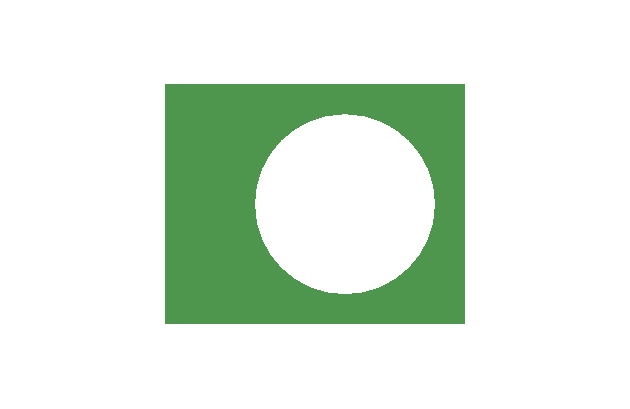
<source format=gbr>
%FSLAX33Y33*%
%MOIN*%
%ADD10R,1.0X0.5*%
D10*
G75*
G36*
X200Y1000D02*
G01X1200D01*
G01Y200D01*
G01X200D01*
G01Y600D01*
G01X500D01*
G03X500Y600I300J0D01*
G01X200D01*
G01Y1000D01*
G37*
M02*

</source>
